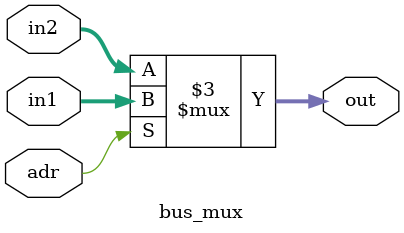
<source format=v>
`timescale 1ns/1ps
module bus_mux (
	input adr,
	input [31:0] in1,
	input [31:0] in2,
	output reg [31:0] out);

always @(*)begin
	if(adr)
		out = in1;
	else
		out = in2;
end

endmodule


</source>
